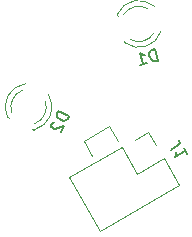
<source format=gbr>
%TF.GenerationSoftware,KiCad,Pcbnew,(6.0.9)*%
%TF.CreationDate,2025-01-09T11:17:18-08:00*%
%TF.ProjectId,CactusCon_2025_CNet_SAO,43616374-7573-4436-9f6e-5f323032355f,rev?*%
%TF.SameCoordinates,Original*%
%TF.FileFunction,Legend,Bot*%
%TF.FilePolarity,Positive*%
%FSLAX46Y46*%
G04 Gerber Fmt 4.6, Leading zero omitted, Abs format (unit mm)*
G04 Created by KiCad (PCBNEW (6.0.9)) date 2025-01-09 11:17:18*
%MOMM*%
%LPD*%
G01*
G04 APERTURE LIST*
%ADD10C,0.150000*%
%ADD11C,0.120000*%
G04 APERTURE END LIST*
D10*
%TO.C,J1*%
X159834685Y-107020314D02*
X160453274Y-106663171D01*
X160553183Y-106550503D01*
X160588042Y-106420405D01*
X160557853Y-106272878D01*
X160510234Y-106190399D01*
X161200710Y-107386339D02*
X160914996Y-106891468D01*
X161057853Y-107138903D02*
X160191828Y-107638903D01*
X160267927Y-107484996D01*
X160302786Y-107354899D01*
X160296406Y-107248610D01*
%TO.C,D2*%
X151202486Y-104177724D02*
X150296179Y-103755106D01*
X150195555Y-103970894D01*
X150178339Y-104120491D01*
X150224404Y-104247055D01*
X150290595Y-104330462D01*
X150443100Y-104454119D01*
X150572573Y-104514493D01*
X150765327Y-104551834D01*
X150871767Y-104548926D01*
X150998331Y-104502860D01*
X151101863Y-104393512D01*
X151202486Y-104177724D01*
X149980000Y-104658506D02*
X149916718Y-104681539D01*
X149833311Y-104747729D01*
X149732688Y-104963517D01*
X149735596Y-105069956D01*
X149758629Y-105133239D01*
X149824819Y-105216645D01*
X149911134Y-105256895D01*
X150060731Y-105274111D01*
X150820118Y-104997717D01*
X150558497Y-105558765D01*
%TO.C,D1*%
X158722860Y-99476373D02*
X158464041Y-98510447D01*
X158234058Y-98572071D01*
X158108393Y-98655041D01*
X158041050Y-98771684D01*
X158019703Y-98876001D01*
X158023005Y-99072312D01*
X158059979Y-99210301D01*
X158155275Y-99381962D01*
X158225921Y-99461631D01*
X158342563Y-99528974D01*
X158492877Y-99537996D01*
X158722860Y-99476373D01*
X157250973Y-99870764D02*
X157802930Y-99722867D01*
X157526951Y-99796815D02*
X157268132Y-98830890D01*
X157397099Y-98944230D01*
X157513742Y-99011573D01*
X157618059Y-99032920D01*
D11*
%TO.C,J1*%
X153825491Y-113876846D02*
X151225491Y-109373514D01*
X156976862Y-109055180D02*
X155676862Y-106803514D01*
X160528528Y-110006846D02*
X153825491Y-113876846D01*
X158593528Y-106655328D02*
X157928528Y-105503514D01*
X155676862Y-106803514D02*
X151225491Y-109373514D01*
X160528528Y-110006846D02*
X159228528Y-107755180D01*
X159228528Y-107755180D02*
X156976862Y-109055180D01*
X157928528Y-105503514D02*
X156776714Y-106168514D01*
X152450817Y-106275842D02*
X153200817Y-107574880D01*
X153200817Y-107574880D02*
X153200817Y-107574880D01*
X153200817Y-107574880D02*
X152450817Y-106275842D01*
X152450817Y-106275842D02*
X152450817Y-106275842D01*
X154615881Y-105025842D02*
X154615881Y-105025842D01*
X154615881Y-105025842D02*
X152450817Y-106275842D01*
X152450817Y-106275842D02*
X152450817Y-106275842D01*
X152450817Y-106275842D02*
X154615881Y-105025842D01*
X155365881Y-106324880D02*
X154615881Y-105025842D01*
X154615881Y-105025842D02*
X154615881Y-105025842D01*
X154615881Y-105025842D02*
X155365881Y-106324880D01*
X155365881Y-106324880D02*
X155365881Y-106324880D01*
%TO.C,D2*%
X146159790Y-104361945D02*
X146018406Y-104296016D01*
X148258799Y-105340728D02*
X148117415Y-105274800D01*
X147259223Y-102004590D02*
G75*
G03*
X146379146Y-103891535I538664J-1399942D01*
G01*
X148258360Y-105340524D02*
G75*
G03*
X149482197Y-102344721I-460473J1935992D01*
G01*
X147527096Y-101433042D02*
G75*
G03*
X146018845Y-104296221I270791J-1971490D01*
G01*
X148336770Y-104804391D02*
G75*
G03*
X149216552Y-102917307I-538883J1399859D01*
G01*
%TO.C,D1*%
X155340357Y-95731858D02*
X155299981Y-95581173D01*
X155939782Y-97968942D02*
X155899406Y-97818257D01*
X158462913Y-94896612D02*
G75*
G03*
X155300106Y-95581641I-1336187J-1474688D01*
G01*
X156400759Y-97683920D02*
G75*
G03*
X158411863Y-97144878I725967J1312620D01*
G01*
X155939657Y-97968474D02*
G75*
G03*
X159021242Y-96980323I1187069J1597174D01*
G01*
X157852898Y-95058792D02*
G75*
G03*
X155841710Y-95597520I-726172J-1312508D01*
G01*
%TD*%
M02*

</source>
